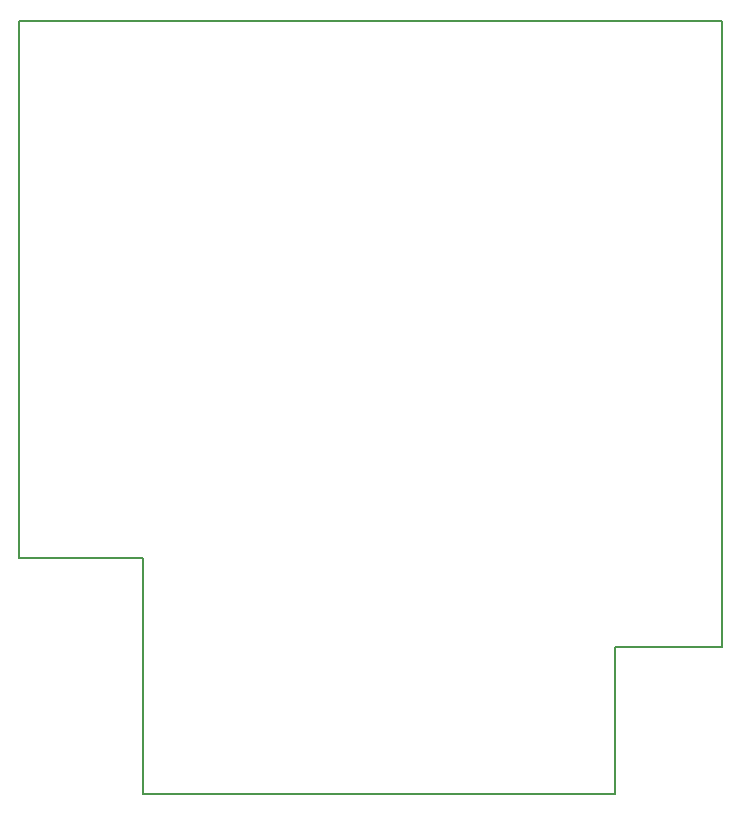
<source format=gbr>
%TF.GenerationSoftware,KiCad,Pcbnew,8.0.5-8.0.5-0~ubuntu24.04.1*%
%TF.CreationDate,2024-09-17T16:47:34-05:00*%
%TF.ProjectId,Airboat,41697262-6f61-4742-9e6b-696361645f70,rev?*%
%TF.SameCoordinates,Original*%
%TF.FileFunction,Profile,NP*%
%FSLAX46Y46*%
G04 Gerber Fmt 4.6, Leading zero omitted, Abs format (unit mm)*
G04 Created by KiCad (PCBNEW 8.0.5-8.0.5-0~ubuntu24.04.1) date 2024-09-17 16:47:34*
%MOMM*%
%LPD*%
G01*
G04 APERTURE LIST*
%TA.AperFunction,Profile*%
%ADD10C,0.200000*%
%TD*%
G04 APERTURE END LIST*
D10*
X108642546Y-112280379D02*
X119142546Y-112280379D01*
X159142546Y-119780379D02*
X159142546Y-132280379D01*
X168142546Y-119780379D02*
X159142546Y-119780379D01*
X108642546Y-66780379D02*
X108642546Y-112280379D01*
X119142546Y-112280379D02*
X119142546Y-132280379D01*
X119142546Y-132280379D02*
X159142546Y-132280379D01*
X168142546Y-66780379D02*
X108642546Y-66780379D01*
X168142546Y-119780379D02*
X168142546Y-66780379D01*
M02*

</source>
